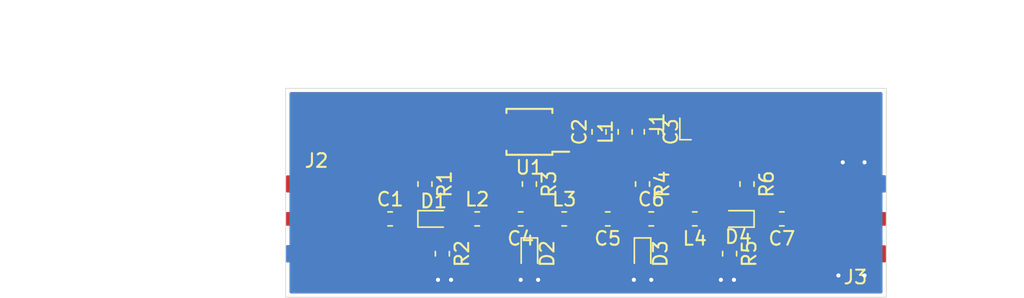
<source format=kicad_pcb>
(kicad_pcb (version 20171130) (host pcbnew "(5.1.5)-2")
  (layers (0 F.Cu signal) (31 B.Cu signal) (34 B.Paste user) (35 F.Paste user) (36 B.SilkS user) (37 F.SilkS user) (38 B.Mask user) (39 F.Mask user) (44 Edge.Cuts user))
  (net 0 "")
  (net 1 "Net-(C1-Pad2)")
  (net 2 "Net-(C1-Pad1)")
  (net 3 GND)
  (net 4 VDDA)
  (net 5 VDD)
  (net 6 "Net-(C4-Pad2)")
  (net 7 "Net-(C4-Pad1)")
  (net 8 "Net-(C5-Pad2)")
  (net 9 "Net-(C5-Pad1)")
  (net 10 "Net-(C6-Pad2)")
  (net 11 "Net-(C7-Pad2)")
  (net 12 "Net-(C7-Pad1)")
  (net 13 "Net-(D1-Pad2)")
  (net 14 "Net-(D4-Pad2)")
  (net 15 /RDY)
  (net 16 /~LDAC)
  (net 17 /SDA)
  (net 18 /SCL)
  (net 19 /VA)
  (net 20 /VB)
  (net 21 /VC)
  (net 22 /VD)
  (module libs:SMD_1x06_P2.54mm_Horizontal (layer F.Cu) (at 128 82.8 90)
    (fp_text reference J1 (at -0.48 -8.82 90) (layer F.SilkS))
    (fp_text value Conn_01x06_Male)
    (fp_line (start -1.595 -6.35) (end -1.595 -7.17) (layer F.SilkS) (width 0.12))
    (fp_line (start -1.595 -7.17) (end -0.025 -7.17) (layer F.SilkS) (width 0.12))
    (pad 1 smd roundrect (at -0.025 -6.35 90) (size 2.5 1) (layers F.Cu F.Paste F.Mask) (net 3 GND))
    (pad 2 smd roundrect (at -0.025 -3.81 90) (size 2.5 1) (layers F.Cu F.Paste F.Mask) (net 15 /RDY))
    (pad 3 smd roundrect (at -0.025 -1.27 90) (size 2.5 1) (layers F.Cu F.Paste F.Mask) (net 16 /~LDAC))
    (pad 4 smd roundrect (at -0.025 1.27 90) (size 2.5 1) (layers F.Cu F.Paste F.Mask) (net 17 /SDA))
    (pad 5 smd roundrect (at -0.025 3.81 90) (size 2.5 1) (layers F.Cu F.Paste F.Mask) (net 18 /SCL))
    (pad 6 smd roundrect (at -0.025 6.35 90) (size 2.5 1) (layers F.Cu F.Paste F.Mask) (net 5 VDD))
  )
  (module libs:D_SOD-523 (layer F.Cu) (at 125.095 90.17 180)
    (fp_text reference D4 (at 0 -1.3) (layer F.SilkS))
    (fp_text value D_Capacitance_ALT)
    (fp_line (start 0.7 0.6) (end -1.15 0.6) (layer F.SilkS) (width 0.12))
    (fp_line (start 0.7 -0.6) (end -1.15 -0.6) (layer F.SilkS) (width 0.12))
    (fp_line (start -1.15 -0.6) (end -1.15 0.6) (layer F.SilkS) (width 0.12))
    (pad 1 smd roundrect (at -0.7 0) (size 0.6 0.7) (layers F.Cu F.Paste F.Mask) (net 11 "Net-(C7-Pad2)"))
    (pad 2 smd roundrect (at 0.7 0) (size 0.6 0.7) (layers F.Cu F.Paste F.Mask) (net 14 "Net-(D4-Pad2)"))
  )
  (module libs:D_SOD-523 (layer F.Cu) (at 118.11 92.71 270)
    (fp_text reference D3 (at 0 -1.3 90) (layer F.SilkS))
    (fp_text value D_Capacitance_ALT)
    (fp_line (start 0.7 0.6) (end -1.15 0.6) (layer F.SilkS) (width 0.12))
    (fp_line (start 0.7 -0.6) (end -1.15 -0.6) (layer F.SilkS) (width 0.12))
    (fp_line (start -1.15 -0.6) (end -1.15 0.6) (layer F.SilkS) (width 0.12))
    (pad 1 smd roundrect (at -0.7 0 90) (size 0.6 0.7) (layers F.Cu F.Paste F.Mask) (net 9 "Net-(C5-Pad1)"))
    (pad 2 smd roundrect (at 0.7 0 90) (size 0.6 0.7) (layers F.Cu F.Paste F.Mask) (net 3 GND))
  )
  (module libs:D_SOD-523 (layer F.Cu) (at 109.855 92.71 270)
    (fp_text reference D2 (at 0 -1.3 90) (layer F.SilkS))
    (fp_text value D_Capacitance_ALT)
    (fp_line (start 0.7 0.6) (end -1.15 0.6) (layer F.SilkS) (width 0.12))
    (fp_line (start 0.7 -0.6) (end -1.15 -0.6) (layer F.SilkS) (width 0.12))
    (fp_line (start -1.15 -0.6) (end -1.15 0.6) (layer F.SilkS) (width 0.12))
    (pad 1 smd roundrect (at -0.7 0 90) (size 0.6 0.7) (layers F.Cu F.Paste F.Mask) (net 7 "Net-(C4-Pad1)"))
    (pad 2 smd roundrect (at 0.7 0 90) (size 0.6 0.7) (layers F.Cu F.Paste F.Mask) (net 3 GND))
  )
  (module libs:D_SOD-523 (layer F.Cu) (at 102.87 90.17)
    (fp_text reference D1 (at 0 -1.3) (layer F.SilkS))
    (fp_text value D_Capacitance_ALT)
    (fp_line (start 0.7 0.6) (end -1.15 0.6) (layer F.SilkS) (width 0.12))
    (fp_line (start 0.7 -0.6) (end -1.15 -0.6) (layer F.SilkS) (width 0.12))
    (fp_line (start -1.15 -0.6) (end -1.15 0.6) (layer F.SilkS) (width 0.12))
    (pad 1 smd roundrect (at -0.7 0 180) (size 0.6 0.7) (layers F.Cu F.Paste F.Mask) (net 1 "Net-(C1-Pad2)"))
    (pad 2 smd roundrect (at 0.7 0 180) (size 0.6 0.7) (layers F.Cu F.Paste F.Mask) (net 13 "Net-(D1-Pad2)"))
  )
  (module libs:SMA_generic_EdgeMount (layer F.Cu) (at 135.89 90.17 180)
    (fp_text reference J3 (at 2.25 -4.25) (layer F.SilkS))
    (fp_text value Conn_Coaxial)
    (pad 2 smd roundrect (at 2.125 2.55 180) (size 4.25 1.25) (layers F.Cu F.Paste F.Mask) (roundrect_rratio 0.1) (net 3 GND))
    (pad 2 smd roundrect (at 2.125 2.55 180) (size 4.25 1.25) (layers B.Cu B.Paste B.Mask) (roundrect_rratio 0.1) (net 3 GND))
    (pad 1 smd roundrect (at 2.125 0 180) (size 4.25 1) (layers F.Cu F.Paste F.Mask) (roundrect_rratio 0.1) (net 12 "Net-(C7-Pad1)"))
    (pad 2 smd roundrect (at 2.125 -2.55 180) (size 4.25 1.25) (layers F.Cu F.Paste F.Mask) (roundrect_rratio 0.1) (net 3 GND))
    (pad 2 smd roundrect (at 2.125 2.55 180) (size 4.25 1.25) (layers B.Cu B.Paste B.Mask) (roundrect_rratio 0.1) (net 3 GND))
  )
  (module libs:SMA_generic_EdgeMount (layer F.Cu) (at 92.075 90.17)
    (fp_text reference J2 (at 2.25 -4.25) (layer F.SilkS))
    (fp_text value Conn_Coaxial)
    (pad 2 smd roundrect (at 2.125 2.55) (size 4.25 1.25) (layers F.Cu F.Paste F.Mask) (roundrect_rratio 0.1) (net 3 GND))
    (pad 2 smd roundrect (at 2.125 2.55) (size 4.25 1.25) (layers B.Cu B.Paste B.Mask) (roundrect_rratio 0.1) (net 3 GND))
    (pad 1 smd roundrect (at 2.125 0) (size 4.25 1) (layers F.Cu F.Paste F.Mask) (roundrect_rratio 0.1) (net 2 "Net-(C1-Pad1)"))
    (pad 2 smd roundrect (at 2.125 -2.55) (size 4.25 1.25) (layers F.Cu F.Paste F.Mask) (roundrect_rratio 0.1) (net 3 GND))
    (pad 2 smd roundrect (at 2.125 2.55) (size 4.25 1.25) (layers B.Cu B.Paste B.Mask) (roundrect_rratio 0.1) (net 3 GND))
  )
  (module Capacitor_SMD:C_0603_1608Metric (layer F.Cu) (at 118.745 90.17)
    (fp_text reference C6 (at 0 -1.43) (layer F.SilkS))
    (fp_text value C)
    (fp_line (start -0.162779 0.51) (end 0.162779 0.51) (layer F.SilkS) (width 0.12))
    (fp_line (start -0.162779 -0.51) (end 0.162779 -0.51) (layer F.SilkS) (width 0.12))
    (pad 2 smd roundrect (at 0.7875 0) (size 0.875 0.95) (layers F.Cu F.Paste F.Mask) (net 10 "Net-(C6-Pad2)"))
    (pad 1 smd roundrect (at -0.7875 0) (size 0.875 0.95) (layers F.Cu F.Paste F.Mask) (net 9 "Net-(C5-Pad1)"))
  )
  (module Package_SO:MSOP-10_3x3mm_P0.5mm (layer F.Cu) (at 109.855 83.82 180)
    (fp_text reference U1 (at 0 -2.6) (layer F.SilkS))
    (fp_text value MCP4728)
    (fp_line (start -1.675 -1.45) (end -2.9 -1.45) (layer F.SilkS) (width 0.15))
    (fp_line (start -1.675 1.675) (end 1.675 1.675) (layer F.SilkS) (width 0.15))
    (fp_line (start -1.675 -1.675) (end 1.675 -1.675) (layer F.SilkS) (width 0.15))
    (fp_line (start -1.675 1.675) (end -1.675 1.375) (layer F.SilkS) (width 0.15))
    (fp_line (start 1.675 1.675) (end 1.675 1.375) (layer F.SilkS) (width 0.15))
    (fp_line (start 1.675 -1.675) (end 1.675 -1.375) (layer F.SilkS) (width 0.15))
    (fp_line (start -1.675 -1.675) (end -1.675 -1.45) (layer F.SilkS) (width 0.15))
    (pad 10 smd rect (at 2.2 -1 180) (size 1.4 0.3) (layers F.Cu F.Paste F.Mask) (net 3 GND))
    (pad 9 smd rect (at 2.2 -0.5 180) (size 1.4 0.3) (layers F.Cu F.Paste F.Mask) (net 22 /VD))
    (pad 8 smd rect (at 2.2 0 180) (size 1.4 0.3) (layers F.Cu F.Paste F.Mask) (net 21 /VC))
    (pad 7 smd rect (at 2.2 0.5 180) (size 1.4 0.3) (layers F.Cu F.Paste F.Mask) (net 20 /VB))
    (pad 6 smd rect (at 2.2 1 180) (size 1.4 0.3) (layers F.Cu F.Paste F.Mask) (net 19 /VA))
    (pad 5 smd rect (at -2.2 1 180) (size 1.4 0.3) (layers F.Cu F.Paste F.Mask) (net 15 /RDY))
    (pad 4 smd rect (at -2.2 0.5 180) (size 1.4 0.3) (layers F.Cu F.Paste F.Mask) (net 16 /~LDAC))
    (pad 3 smd rect (at -2.2 0 180) (size 1.4 0.3) (layers F.Cu F.Paste F.Mask) (net 17 /SDA))
    (pad 2 smd rect (at -2.2 -0.5 180) (size 1.4 0.3) (layers F.Cu F.Paste F.Mask) (net 18 /SCL))
    (pad 1 smd rect (at -2.2 -1 180) (size 1.4 0.3) (layers F.Cu F.Paste F.Mask) (net 4 VDDA))
  )
  (module Resistor_SMD:R_0603_1608Metric (layer F.Cu) (at 125.73 87.63 270)
    (fp_text reference R6 (at 0 -1.43 90) (layer F.SilkS))
    (fp_text value R)
    (fp_line (start -0.162779 0.51) (end 0.162779 0.51) (layer F.SilkS) (width 0.12))
    (fp_line (start -0.162779 -0.51) (end 0.162779 -0.51) (layer F.SilkS) (width 0.12))
    (pad 2 smd roundrect (at 0.7875 0 270) (size 0.875 0.95) (layers F.Cu F.Paste F.Mask) (net 11 "Net-(C7-Pad2)"))
    (pad 1 smd roundrect (at -0.7875 0 270) (size 0.875 0.95) (layers F.Cu F.Paste F.Mask) (net 22 /VD))
  )
  (module Resistor_SMD:R_0603_1608Metric (layer F.Cu) (at 124.46 92.71 270)
    (fp_text reference R5 (at 0 -1.43 90) (layer F.SilkS))
    (fp_text value R)
    (fp_line (start -0.162779 0.51) (end 0.162779 0.51) (layer F.SilkS) (width 0.12))
    (fp_line (start -0.162779 -0.51) (end 0.162779 -0.51) (layer F.SilkS) (width 0.12))
    (pad 2 smd roundrect (at 0.7875 0 270) (size 0.875 0.95) (layers F.Cu F.Paste F.Mask) (net 3 GND))
    (pad 1 smd roundrect (at -0.7875 0 270) (size 0.875 0.95) (layers F.Cu F.Paste F.Mask) (net 14 "Net-(D4-Pad2)"))
  )
  (module Resistor_SMD:R_0603_1608Metric (layer F.Cu) (at 118.11 87.63 270)
    (fp_text reference R4 (at 0 -1.43 90) (layer F.SilkS))
    (fp_text value R)
    (fp_line (start -0.162779 0.51) (end 0.162779 0.51) (layer F.SilkS) (width 0.12))
    (fp_line (start -0.162779 -0.51) (end 0.162779 -0.51) (layer F.SilkS) (width 0.12))
    (pad 2 smd roundrect (at 0.7875 0 270) (size 0.875 0.95) (layers F.Cu F.Paste F.Mask) (net 9 "Net-(C5-Pad1)"))
    (pad 1 smd roundrect (at -0.7875 0 270) (size 0.875 0.95) (layers F.Cu F.Paste F.Mask) (net 21 /VC))
  )
  (module Resistor_SMD:R_0603_1608Metric (layer F.Cu) (at 109.855 87.63 270)
    (fp_text reference R3 (at 0 -1.43 90) (layer F.SilkS))
    (fp_text value R)
    (fp_line (start -0.162779 0.51) (end 0.162779 0.51) (layer F.SilkS) (width 0.12))
    (fp_line (start -0.162779 -0.51) (end 0.162779 -0.51) (layer F.SilkS) (width 0.12))
    (pad 2 smd roundrect (at 0.7875 0 270) (size 0.875 0.95) (layers F.Cu F.Paste F.Mask) (net 7 "Net-(C4-Pad1)"))
    (pad 1 smd roundrect (at -0.7875 0 270) (size 0.875 0.95) (layers F.Cu F.Paste F.Mask) (net 20 /VB))
  )
  (module Resistor_SMD:R_0603_1608Metric (layer F.Cu) (at 103.505 92.71 270)
    (fp_text reference R2 (at 0 -1.43 90) (layer F.SilkS))
    (fp_text value R)
    (fp_line (start -0.162779 0.51) (end 0.162779 0.51) (layer F.SilkS) (width 0.12))
    (fp_line (start -0.162779 -0.51) (end 0.162779 -0.51) (layer F.SilkS) (width 0.12))
    (pad 2 smd roundrect (at 0.7875 0 270) (size 0.875 0.95) (layers F.Cu F.Paste F.Mask) (net 3 GND))
    (pad 1 smd roundrect (at -0.7875 0 270) (size 0.875 0.95) (layers F.Cu F.Paste F.Mask) (net 13 "Net-(D1-Pad2)"))
  )
  (module Resistor_SMD:R_0603_1608Metric (layer F.Cu) (at 102.235 87.63 270)
    (fp_text reference R1 (at 0 -1.43 90) (layer F.SilkS))
    (fp_text value R)
    (fp_line (start -0.162779 0.51) (end 0.162779 0.51) (layer F.SilkS) (width 0.12))
    (fp_line (start -0.162779 -0.51) (end 0.162779 -0.51) (layer F.SilkS) (width 0.12))
    (pad 2 smd roundrect (at 0.7875 0 270) (size 0.875 0.95) (layers F.Cu F.Paste F.Mask) (net 1 "Net-(C1-Pad2)"))
    (pad 1 smd roundrect (at -0.7875 0 270) (size 0.875 0.95) (layers F.Cu F.Paste F.Mask) (net 19 /VA))
  )
  (module Inductor_SMD:L_0603_1608Metric (layer F.Cu) (at 121.92 90.17 180)
    (fp_text reference L4 (at 0 -1.43) (layer F.SilkS))
    (fp_text value L)
    (fp_line (start -0.162779 0.51) (end 0.162779 0.51) (layer F.SilkS) (width 0.12))
    (fp_line (start -0.162779 -0.51) (end 0.162779 -0.51) (layer F.SilkS) (width 0.12))
    (pad 2 smd roundrect (at 0.7875 0 180) (size 0.875 0.95) (layers F.Cu F.Paste F.Mask) (net 10 "Net-(C6-Pad2)"))
    (pad 1 smd roundrect (at -0.7875 0 180) (size 0.875 0.95) (layers F.Cu F.Paste F.Mask) (net 14 "Net-(D4-Pad2)"))
  )
  (module Inductor_SMD:L_0603_1608Metric (layer F.Cu) (at 112.395 90.17)
    (fp_text reference L3 (at 0 -1.43) (layer F.SilkS))
    (fp_text value L)
    (fp_line (start -0.162779 0.51) (end 0.162779 0.51) (layer F.SilkS) (width 0.12))
    (fp_line (start -0.162779 -0.51) (end 0.162779 -0.51) (layer F.SilkS) (width 0.12))
    (pad 2 smd roundrect (at 0.7875 0) (size 0.875 0.95) (layers F.Cu F.Paste F.Mask) (net 8 "Net-(C5-Pad2)"))
    (pad 1 smd roundrect (at -0.7875 0) (size 0.875 0.95) (layers F.Cu F.Paste F.Mask) (net 7 "Net-(C4-Pad1)"))
  )
  (module Inductor_SMD:L_0603_1608Metric (layer F.Cu) (at 106.045 90.17)
    (fp_text reference L2 (at 0 -1.43) (layer F.SilkS))
    (fp_text value L)
    (fp_line (start -0.162779 0.51) (end 0.162779 0.51) (layer F.SilkS) (width 0.12))
    (fp_line (start -0.162779 -0.51) (end 0.162779 -0.51) (layer F.SilkS) (width 0.12))
    (pad 2 smd roundrect (at 0.7875 0) (size 0.875 0.95) (layers F.Cu F.Paste F.Mask) (net 6 "Net-(C4-Pad2)"))
    (pad 1 smd roundrect (at -0.7875 0) (size 0.875 0.95) (layers F.Cu F.Paste F.Mask) (net 13 "Net-(D1-Pad2)"))
  )
  (module Inductor_SMD:L_0603_1608Metric (layer F.Cu) (at 116.84 83.82 90)
    (fp_text reference L1 (at 0 -1.43 90) (layer F.SilkS))
    (fp_text value L)
    (fp_line (start -0.162779 0.51) (end 0.162779 0.51) (layer F.SilkS) (width 0.12))
    (fp_line (start -0.162779 -0.51) (end 0.162779 -0.51) (layer F.SilkS) (width 0.12))
    (pad 2 smd roundrect (at 0.7875 0 90) (size 0.875 0.95) (layers F.Cu F.Paste F.Mask) (net 5 VDD))
    (pad 1 smd roundrect (at -0.7875 0 90) (size 0.875 0.95) (layers F.Cu F.Paste F.Mask) (net 4 VDDA))
  )
  (module Capacitor_SMD:C_0603_1608Metric (layer F.Cu) (at 128.27 90.17 180)
    (fp_text reference C7 (at 0 -1.43) (layer F.SilkS))
    (fp_text value C)
    (fp_line (start -0.162779 0.51) (end 0.162779 0.51) (layer F.SilkS) (width 0.12))
    (fp_line (start -0.162779 -0.51) (end 0.162779 -0.51) (layer F.SilkS) (width 0.12))
    (pad 2 smd roundrect (at 0.7875 0 180) (size 0.875 0.95) (layers F.Cu F.Paste F.Mask) (net 11 "Net-(C7-Pad2)"))
    (pad 1 smd roundrect (at -0.7875 0 180) (size 0.875 0.95) (layers F.Cu F.Paste F.Mask) (net 12 "Net-(C7-Pad1)"))
  )
  (module Capacitor_SMD:C_0603_1608Metric (layer F.Cu) (at 115.57 90.17 180)
    (fp_text reference C5 (at 0 -1.43) (layer F.SilkS))
    (fp_text value C)
    (fp_line (start -0.162779 0.51) (end 0.162779 0.51) (layer F.SilkS) (width 0.12))
    (fp_line (start -0.162779 -0.51) (end 0.162779 -0.51) (layer F.SilkS) (width 0.12))
    (pad 2 smd roundrect (at 0.7875 0 180) (size 0.875 0.95) (layers F.Cu F.Paste F.Mask) (net 8 "Net-(C5-Pad2)"))
    (pad 1 smd roundrect (at -0.7875 0 180) (size 0.875 0.95) (layers F.Cu F.Paste F.Mask) (net 9 "Net-(C5-Pad1)"))
  )
  (module Capacitor_SMD:C_0603_1608Metric (layer F.Cu) (at 109.22 90.17 180)
    (fp_text reference C4 (at 0 -1.43) (layer F.SilkS))
    (fp_text value C)
    (fp_line (start -0.162779 0.51) (end 0.162779 0.51) (layer F.SilkS) (width 0.12))
    (fp_line (start -0.162779 -0.51) (end 0.162779 -0.51) (layer F.SilkS) (width 0.12))
    (pad 2 smd roundrect (at 0.7875 0 180) (size 0.875 0.95) (layers F.Cu F.Paste F.Mask) (net 6 "Net-(C4-Pad2)"))
    (pad 1 smd roundrect (at -0.7875 0 180) (size 0.875 0.95) (layers F.Cu F.Paste F.Mask) (net 7 "Net-(C4-Pad1)"))
  )
  (module Capacitor_SMD:C_0603_1608Metric (layer F.Cu) (at 118.745 83.82 270)
    (fp_text reference C3 (at 0 -1.43 90) (layer F.SilkS))
    (fp_text value C)
    (fp_line (start -0.162779 0.51) (end 0.162779 0.51) (layer F.SilkS) (width 0.12))
    (fp_line (start -0.162779 -0.51) (end 0.162779 -0.51) (layer F.SilkS) (width 0.12))
    (pad 2 smd roundrect (at 0.7875 0 270) (size 0.875 0.95) (layers F.Cu F.Paste F.Mask) (net 3 GND))
    (pad 1 smd roundrect (at -0.7875 0 270) (size 0.875 0.95) (layers F.Cu F.Paste F.Mask) (net 5 VDD))
  )
  (module Capacitor_SMD:C_0603_1608Metric (layer F.Cu) (at 114.935 83.82 90)
    (fp_text reference C2 (at 0 -1.43 90) (layer F.SilkS))
    (fp_text value C)
    (fp_line (start -0.162779 0.51) (end 0.162779 0.51) (layer F.SilkS) (width 0.12))
    (fp_line (start -0.162779 -0.51) (end 0.162779 -0.51) (layer F.SilkS) (width 0.12))
    (pad 2 smd roundrect (at 0.7875 0 90) (size 0.875 0.95) (layers F.Cu F.Paste F.Mask) (net 3 GND))
    (pad 1 smd roundrect (at -0.7875 0 90) (size 0.875 0.95) (layers F.Cu F.Paste F.Mask) (net 4 VDDA))
  )
  (module Capacitor_SMD:C_0603_1608Metric (layer F.Cu) (at 99.695 90.17)
    (fp_text reference C1 (at 0 -1.43) (layer F.SilkS))
    (fp_text value C)
    (fp_line (start -0.162779 0.51) (end 0.162779 0.51) (layer F.SilkS) (width 0.12))
    (fp_line (start -0.162779 -0.51) (end 0.162779 -0.51) (layer F.SilkS) (width 0.12))
    (pad 2 smd roundrect (at 0.7875 0) (size 0.875 0.95) (layers F.Cu F.Paste F.Mask) (net 1 "Net-(C1-Pad2)"))
    (pad 1 smd roundrect (at -0.7875 0) (size 0.875 0.95) (layers F.Cu F.Paste F.Mask) (net 2 "Net-(C1-Pad1)"))
  )
  (gr_line (start 135.89 80.645) (end 92.075 80.645) (layer Edge.Cuts) (width 0.05))
  (gr_line (start 135.89 95.885) (end 135.89 80.645) (layer Edge.Cuts) (width 0.05))
  (gr_line (start 92.075 95.885) (end 135.89 95.885) (layer Edge.Cuts) (width 0.05))
  (gr_line (start 92.075 80.645) (end 92.075 95.885) (layer Edge.Cuts) (width 0.05))
  (segment (start 100.4825 90.17) (end 102.17 90.17) (width 0.635) (layer F.Cu) (net 1))
  (segment (start 102.17 88.4825) (end 102.235 88.4175) (width 0.2032) (layer F.Cu) (net 1))
  (segment (start 102.17 90.17) (end 102.17 88.4825) (width 0.2032) (layer F.Cu) (net 1))
  (segment (start 94.615 90.17) (end 98.9075 90.17) (width 0.635) (layer F.Cu) (net 2))
  (via (at 103.1875 94.615) (size 0.5) (drill 0.3) (layers F.Cu B.Cu) (net 3))
  (via (at 104.14 94.615) (size 0.5) (drill 0.3) (layers F.Cu B.Cu) (net 3))
  (via (at 109.22 94.615) (size 0.5) (drill 0.3) (layers F.Cu B.Cu) (net 3))
  (via (at 110.49 94.615) (size 0.5) (drill 0.3) (layers F.Cu B.Cu) (net 3))
  (via (at 117.475 94.615) (size 0.5) (drill 0.3) (layers F.Cu B.Cu) (net 3))
  (via (at 118.745 94.615) (size 0.5) (drill 0.3) (layers F.Cu B.Cu) (net 3))
  (via (at 123.825 94.615) (size 0.5) (drill 0.3) (layers F.Cu B.Cu) (net 3))
  (via (at 124.7775 94.615) (size 0.5) (drill 0.3) (layers F.Cu B.Cu) (net 3))
  (via (at 132.3975 94.2975) (size 0.5) (drill 0.3) (layers F.Cu B.Cu) (net 3))
  (via (at 134.3025 94.2975) (size 0.5) (drill 0.3) (layers F.Cu B.Cu) (net 3))
  (via (at 132.715 86.0425) (size 0.5) (drill 0.3) (layers F.Cu B.Cu) (net 3))
  (via (at 134.3025 86.0425) (size 0.5) (drill 0.3) (layers F.Cu B.Cu) (net 3))
  (segment (start 106.8325 90.17) (end 108.4325 90.17) (width 0.635) (layer F.Cu) (net 6))
  (segment (start 110.0075 88.57) (end 109.855 88.4175) (width 0.2032) (layer F.Cu) (net 7))
  (segment (start 110.0075 90.17) (end 110.0075 88.57) (width 0.2032) (layer F.Cu) (net 7))
  (segment (start 109.855 91.1225) (end 109.855 92.01) (width 0.635) (layer F.Cu) (net 7))
  (segment (start 110.0075 90.17) (end 110.0075 90.97) (width 0.635) (layer F.Cu) (net 7))
  (segment (start 110.0075 90.97) (end 109.855 91.1225) (width 0.635) (layer F.Cu) (net 7))
  (segment (start 110.0075 90.17) (end 111.6075 90.17) (width 0.635) (layer F.Cu) (net 7))
  (segment (start 113.1825 90.17) (end 114.7825 90.17) (width 0.635) (layer F.Cu) (net 8))
  (segment (start 117.9575 90.17) (end 117.9575 90.97) (width 0.635) (layer F.Cu) (net 9))
  (segment (start 118.11 91.1225) (end 118.11 92.01) (width 0.635) (layer F.Cu) (net 9))
  (segment (start 117.9575 90.97) (end 118.11 91.1225) (width 0.635) (layer F.Cu) (net 9))
  (segment (start 117.9575 90.17) (end 117.9575 89.37) (width 0.2032) (layer F.Cu) (net 9))
  (segment (start 118.11 89.2175) (end 118.11 88.4175) (width 0.2032) (layer F.Cu) (net 9))
  (segment (start 117.9575 89.37) (end 118.11 89.2175) (width 0.2032) (layer F.Cu) (net 9))
  (segment (start 116.3575 90.17) (end 117.9575 90.17) (width 0.635) (layer F.Cu) (net 9))
  (segment (start 119.5325 90.17) (end 121.1325 90.17) (width 0.635) (layer F.Cu) (net 10))
  (segment (start 125.795 90.17) (end 125.795 89.2825) (width 0.2032) (layer F.Cu) (net 11))
  (segment (start 125.73 89.2175) (end 125.73 88.4175) (width 0.2032) (layer F.Cu) (net 11))
  (segment (start 125.795 89.2825) (end 125.73 89.2175) (width 0.2032) (layer F.Cu) (net 11))
  (segment (start 125.795 90.17) (end 127.4825 90.17) (width 0.635) (layer F.Cu) (net 11))
  (segment (start 129.0575 90.17) (end 133.35 90.17) (width 0.635) (layer F.Cu) (net 12))
  (segment (start 103.57 91.8575) (end 103.505 91.9225) (width 0.2032) (layer F.Cu) (net 13))
  (segment (start 103.57 90.17) (end 103.57 91.8575) (width 0.2032) (layer F.Cu) (net 13))
  (segment (start 103.57 90.17) (end 105.2575 90.17) (width 0.635) (layer F.Cu) (net 13))
  (segment (start 124.395 90.17) (end 124.395 91.0575) (width 0.2032) (layer F.Cu) (net 14))
  (segment (start 124.46 91.1225) (end 124.46 91.9225) (width 0.2032) (layer F.Cu) (net 14))
  (segment (start 124.395 91.0575) (end 124.46 91.1225) (width 0.2032) (layer F.Cu) (net 14))
  (segment (start 122.7075 90.17) (end 124.395 90.17) (width 0.635) (layer F.Cu) (net 14))
  (segment (start 102.235 86.8425) (end 102.235 83.185) (width 0.2032) (layer F.Cu) (net 19))
  (segment (start 102.6 82.82) (end 107.655 82.82) (width 0.2032) (layer F.Cu) (net 19))
  (segment (start 102.235 83.185) (end 102.6 82.82) (width 0.2032) (layer F.Cu) (net 19))
  (segment (start 104.94 86.8425) (end 109.855 86.8425) (width 0.2032) (layer F.Cu) (net 20))
  (segment (start 104.4575 83.5025) (end 104.4575 86.36) (width 0.2032) (layer F.Cu) (net 20))
  (segment (start 107.655 83.32) (end 104.64 83.32) (width 0.2032) (layer F.Cu) (net 20))
  (segment (start 104.4575 86.36) (end 104.94 86.8425) (width 0.2032) (layer F.Cu) (net 20))
  (segment (start 104.64 83.32) (end 104.4575 83.5025) (width 0.2032) (layer F.Cu) (net 20))
  (zone (net 3) (net_name GND) (layer F.Cu) (connect_pads thru_hole_only (clearance 0.254)) (min_thickness 0.254) (fill yes (arc_segments 32) (thermal_gap 0.508) (thermal_bridge_width 0.508))
    (polygon (pts (xy 139.065 95.885) (xy 88.9 95.885) (xy 88.9 80.645) (xy 139.065 80.645)))
  )
  (zone (net 3) (net_name GND) (layer B.Cu) (connect_pads thru_hole_only (clearance 0.254)) (min_thickness 0.254) (fill yes (arc_segments 32) (thermal_gap 0.508) (thermal_bridge_width 0.508))
    (polygon (pts (xy 139.065 95.885) (xy 88.9 95.885) (xy 88.9 80.645) (xy 139.065 80.645)))
  )
  (zone (net 0) (net_name "") (layer F.Cu) (connect_pads thru_hole_only (clearance 0.254)) (min_thickness 0.254)
    (keepout (tracks allowed) (vias allowed) (copperpour not_allowed))
    (fill (arc_segments 32) (thermal_gap 0.508) (thermal_bridge_width 0.508))
    (polygon (pts (xy 139.065 92.71) (xy 88.9 92.71) (xy 88.9 87.63) (xy 139.065 87.63)))
  )
)
</source>
